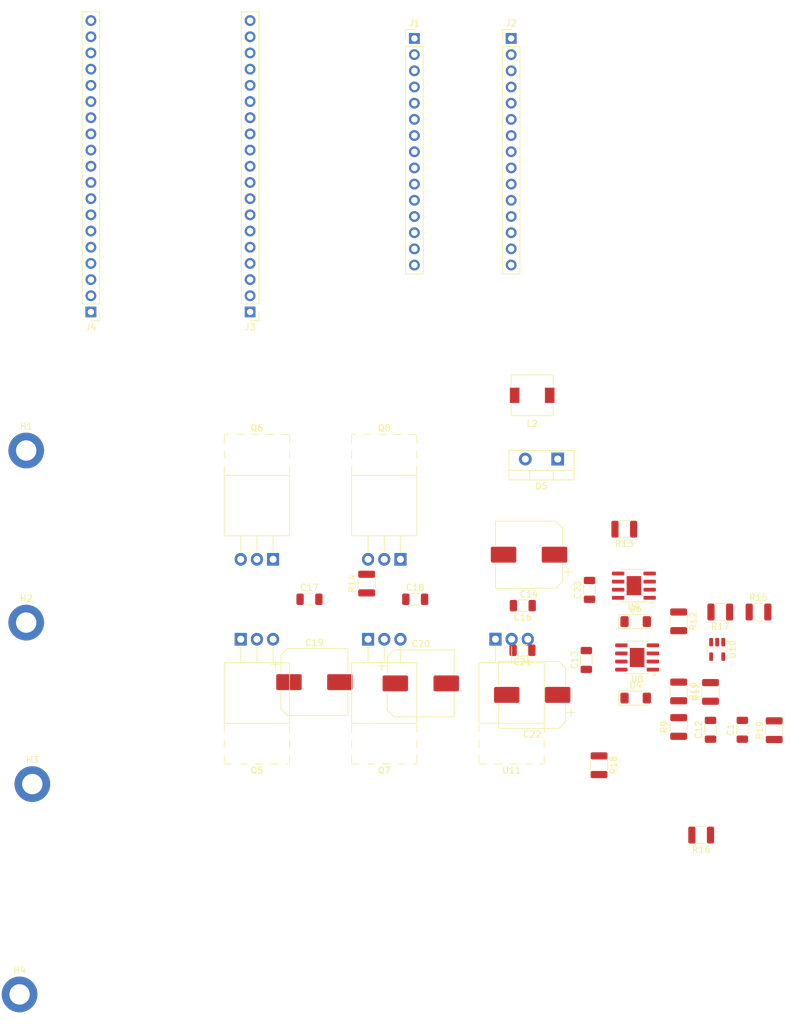
<source format=kicad_pcb>
(kicad_pcb (version 20241229) (generator "pcbnew") (generator_version "9.0")
  (layers (0 "F.Cu" signal) (2 "B.Cu" signal) (13 "F.Paste" user) (15 "B.Paste" user) (5 "F.SilkS" user "F.Silkscreen") (7 "B.SilkS" user "B.Silkscreen") (1 "F.Mask" user) (3 "B.Mask" user) (25 "Edge.Cuts" user))
  (net 0 "")
  (net 1 "Net-(Q6-S)")
  (net 2 "GND")
  (net 3 "/TX")
  (net 4 "Net-(D4-K)")
  (net 5 "Net-(Q7-S)")
  (net 6 "Net-(D5-K)")
  (net 7 "Net-(D6-A)")
  (net 8 "Net-(Q5-S)")
  (net 9 "Net-(Q5-D)")
  (net 10 "Net-(U10-V+)")
  (net 11 "Net-(D4-A)")
  (net 12 "Net-(D5-A)")
  (net 13 "Net-(Q5-G)")
  (net 14 "Net-(Q6-G)")
  (net 15 "Net-(R11-Pad1)")
  (net 16 "Net-(U10--)")
  (net 17 "Net-(U9-HO)")
  (net 18 "Net-(U9-LO)")
  (net 19 "Net-(U10-+)")
  (net 20 "Net-(U8-LO)")
  (net 21 "Net-(U8-HO)")
  (net 22 "/RX")
  (net 23 "Net-(J1-Pin_4)")
  (net 29 "Net-(D6-K)")
  (net 32 "/SCK")
  (net 34 "/MISO")
  (net 35 "/MOSI")
  (net 38 "Net-(J2-Pin_6)")
  (net 43 "Net-(J2-Pin_12)")
  (net 47 "Net-(J2-Pin_9)")
  (net 50 "Net-(J2-Pin_13)")
  (net 51 "/CC")
  (footprint "Resistor_SMD:R_1210_3225Metric" (layer "F.Cu") (at 129 141.0375 -90)
    (property "Reference" "R18" (at 0 -2.28 90) (layer "F.SilkS"))
    (property "Value" "R")
    (fp_line (start -0.723737 1.355) (end 0.723737 1.355) (stroke (width 0.12)) (layer "F.SilkS"))
    (fp_line (start -0.723737 -1.355) (end 0.723737 -1.355) (stroke (width 0.12)) (layer "F.SilkS"))
    (pad "1" smd roundrect (at -1.4625 0 270) (size 1.125 2.65) (layers "F.Cu" "F.Mask" "F.Paste") (roundrect_rratio 0.222222) (net 21 "Net-(U8-HO)"))
    (pad "2" smd roundrect (at 1.4625 0 270) (size 1.125 2.65) (layers "F.Cu" "F.Mask" "F.Paste") (roundrect_rratio 0.222222) (net 9 "Net-(Q5-D)"))
  )
  (footprint "Package_TO_SOT_THT:TO-220-2_Vertical" (layer "F.Cu") (at 122.5 93 180)
    (property "Reference" "D5" (at 2.54 -4.27 0) (layer "F.SilkS"))
    (property "Value" "C4D02120A")
    (fp_line (start 7.66 -3.27) (end 7.66 1.371) (stroke (width 0.12)) (layer "F.SilkS"))
    (fp_line (start 4.391 -3.27) (end 4.391 -1.76) (stroke (width 0.12)) (layer "F.SilkS"))
    (fp_line (start 0.69 -3.27) (end 0.69 -1.76) (stroke (width 0.12)) (layer "F.SilkS"))
    (fp_line (start -2.58 1.371) (end 7.66 1.371) (stroke (width 0.12)) (layer "F.SilkS"))
    (fp_line (start -2.58 -1.76) (end 7.66 -1.76) (stroke (width 0.12)) (layer "F.SilkS"))
    (fp_line (start -2.58 -3.27) (end 7.66 -3.27) (stroke (width 0.12)) (layer "F.SilkS"))
    (fp_line (start -2.58 -3.27) (end -2.58 1.371) (stroke (width 0.12)) (layer "F.SilkS"))
    (pad "1" thru_hole rect (at 0 0 180) (size 2 2) (drill 1.1) (layers "*.Cu" "*.Mask") (net 6 "Net-(D5-K)"))
    (pad "2" thru_hole circle (at 5.08 0 180) (size 2 2) (drill 1.1) (layers "*.Cu" "*.Mask") (net 12 "Net-(D5-A)"))
  )
  (footprint "Package_TO_SOT_SMD:SOT-23-5" (layer "F.Cu") (at 147.55 122.8625 -90)
    (property "Reference" "U10" (at 0 -2.4 90) (layer "F.SilkS"))
    (property "Value" "TLV379IDR")
    (fp_line (start 0 1.56) (end -0.8 1.56) (stroke (width 0.12)) (layer "F.SilkS"))
    (fp_line (start 0 1.56) (end 0.8 1.56) (stroke (width 0.12)) (layer "F.SilkS"))
    (fp_line (start 0 -1.56) (end -0.8 -1.56) (stroke (width 0.12)) (layer "F.SilkS"))
    (fp_line (start 0 -1.56) (end 0.8 -1.56) (stroke (width 0.12)) (layer "F.SilkS"))
    (fp_poly (pts (xy -1.3 -1.51) (xy -1.54 -1.84) (xy -1.06 -1.84)) (stroke (width 0.12)) (fill yes) (layer "F.SilkS"))
    (pad "1" smd roundrect (at -1.1375 -0.95 270) (size 1.325 0.6) (layers "F.Cu" "F.Mask" "F.Paste") (net 15 "Net-(R11-Pad1)"))
    (pad "2" smd roundrect (at -1.1375 0 270) (size 1.325 0.6) (layers "F.Cu" "F.Mask" "F.Paste") (net 2 "GND"))
    (pad "3" smd roundrect (at -1.1375 0.95 270) (size 1.325 0.6) (layers "F.Cu" "F.Mask" "F.Paste") (net 19 "Net-(U10-+)"))
    (pad "4" smd roundrect (at 1.1375 0.95 270) (size 1.325 0.6) (layers "F.Cu" "F.Mask" "F.Paste") (net 16 "Net-(U10--)"))
    (pad "5" smd roundrect (at 1.1375 -0.95 270) (size 1.325 0.6) (layers "F.Cu" "F.Mask" "F.Paste") (net 10 "Net-(U10-V+)"))
  )
  (footprint "Resistor_SMD:R_1210_3225Metric" (layer "F.Cu") (at 154.0375 117)
    (property "Reference" "R15" (at 0 -2.28 0) (layer "F.SilkS"))
    (property "Value" "R")
    (fp_line (start -0.723737 -1.355) (end 0.723737 -1.355) (stroke (width 0.12)) (layer "F.SilkS"))
    (fp_line (start -0.723737 1.355) (end 0.723737 1.355) (stroke (width 0.12)) (layer "F.SilkS"))
    (pad "1" smd roundrect (at -1.4625 0) (size 1.125 2.65) (layers "F.Cu" "F.Mask" "F.Paste") (roundrect_rratio 0.222222) (net 19 "Net-(U10-+)"))
    (pad "2" smd roundrect (at 1.4625 0) (size 1.125 2.65) (layers "F.Cu" "F.Mask" "F.Paste") (roundrect_rratio 0.222222) (net 1 "Net-(Q6-S)"))
  )
  (footprint "Resistor_SMD:R_1210_3225Metric" (layer "F.Cu") (at 145.0375 152 180)
    (property "Reference" "R16" (at 0 -2.28 0) (layer "F.SilkS"))
    (property "Value" "R")
    (fp_line (start -0.723737 1.355) (end 0.723737 1.355) (stroke (width 0.12)) (layer "F.SilkS"))
    (fp_line (start -0.723737 -1.355) (end 0.723737 -1.355) (stroke (width 0.12)) (layer "F.SilkS"))
    (pad "1" smd roundrect (at -1.4625 0 180) (size 1.125 2.65) (layers "F.Cu" "F.Mask" "F.Paste") (roundrect_rratio 0.222222) (net 20 "Net-(U8-LO)"))
    (pad "2" smd roundrect (at 1.4625 0 180) (size 1.125 2.65) (layers "F.Cu" "F.Mask" "F.Paste") (roundrect_rratio 0.222222) (net 9 "Net-(Q5-D)"))
  )
  (footprint "Package_TO_SOT_THT:TO-220-3_Horizontal_TabUp" (layer "F.Cu") (at 72.73 121.27)
    (property "Reference" "Q5" (at 2.54 20.58 0) (layer "F.SilkS"))
    (property "Value" "NMOS")
    (fp_line (start -2.58 3.69) (end -2.58 13.18) (stroke (width 0.12)) (layer "F.SilkS"))
    (fp_line (start -2.58 3.69) (end 7.66 3.69) (stroke (width 0.12)) (layer "F.SilkS"))
    (fp_line (start -2.58 13.18) (end 7.66 13.18) (stroke (width 0.12)) (layer "F.SilkS"))
    (fp_line (start -2.58 13.42) (end -2.58 14.62) (stroke (width 0.12)) (layer "F.SilkS"))
    (fp_line (start -2.58 15.82) (end -2.58 17.02) (stroke (width 0.12)) (layer "F.SilkS"))
    (fp_line (start -2.58 18.22) (end -2.58 19.42) (stroke (width 0.12)) (layer "F.SilkS"))
    (fp_line (start -2.58 19.58) (end -1.38 19.58) (stroke (width 0.12)) (layer "F.SilkS"))
    (fp_line (start -0.181 19.58) (end 1.02 19.58) (stroke (width 0.12)) (layer "F.SilkS"))
    (fp_line (start 0 1.15) (end 0 3.69) (stroke (width 0.12)) (layer "F.SilkS"))
    (fp_line (start 2.22 19.58) (end 3.42 19.58) (stroke (width 0.12)) (layer "F.SilkS"))
    (fp_line (start 2.54 1.15) (end 2.54 3.69) (stroke (width 0.12)) (layer "F.SilkS"))
    (fp_line (start 4.62 19.58) (end 5.82 19.58) (stroke (width 0.12)) (layer "F.SilkS"))
    (fp_line (start 5.08 1.15) (end 5.08 3.69) (stroke (width 0.12)) (layer "F.SilkS"))
    (fp_line (start 7.02 19.58) (end 7.66 19.58) (stroke (width 0.12)) (layer "F.SilkS"))
    (fp_line (start 7.66 3.69) (end 7.66 13.18) (stroke (width 0.12)) (layer "F.SilkS"))
    (fp_line (start 7.66 13.42) (end 7.66 14.62) (stroke (width 0.12)) (layer "F.SilkS"))
    (fp_line (start 7.66 15.82) (end 7.66 17.02) (stroke (width 0.12)) (layer "F.SilkS"))
    (fp_line (start 7.66 18.22) (end 7.66 19.42) (stroke (width 0.12)) (layer "F.SilkS"))
    (pad "" np_thru_hole circle (at 2.54 16.66) (size 3.5 3.5) (drill 3.5) (layers "*.Cu" "*.Mask"))
    (pad "1" thru_hole rect (at 0 0) (size 1.905 2) (drill 1.1) (layers "*.Cu" "*.Mask") (net 9 "Net-(Q5-D)"))
    (pad "2" thru_hole oval (at 2.54 0) (size 1.905 2) (drill 1.1) (layers "*.Cu" "*.Mask") (net 13 "Net-(Q5-G)"))
    (pad "3" thru_hole oval (at 5.08 0) (size 1.905 2) (drill 1.1) (layers "*.Cu" "*.Mask") (net 8 "Net-(Q5-S)"))
  )
  (footprint "MountingHole:MountingHole_3.2mm_M3_DIN965_Pad" (layer "F.Cu") (at 40 144)
    (property "Reference" "H3" (at 0 -3.8 0) (layer "F.SilkS"))
    (property "Value" "+48V Vcc")
    (pad "1" thru_hole circle (at 0 0) (size 5.6 5.6) (drill 3.2) (layers "*.Cu" "*.Mask") (net 9 "Net-(Q5-D)"))
  )
  (footprint "Package_TO_SOT_THT:TO-220-3_Horizontal_TabUp" (layer "F.Cu") (at 77.81 108.73 180)
    (property "Reference" "Q6" (at 2.54 20.58 0) (layer "F.SilkS"))
    (property "Value" "NMOS")
    (fp_line (start 7.66 18.22) (end 7.66 19.42) (stroke (width 0.12)) (layer "F.SilkS"))
    (fp_line (start 7.66 15.82) (end 7.66 17.02) (stroke (width 0.12)) (layer "F.SilkS"))
    (fp_line (start 7.66 13.42) (end 7.66 14.62) (stroke (width 0.12)) (layer "F.SilkS"))
    (fp_line (start 7.66 3.69) (end 7.66 13.18) (stroke (width 0.12)) (layer "F.SilkS"))
    (fp_line (start 7.02 19.58) (end 7.66 19.58) (stroke (width 0.12)) (layer "F.SilkS"))
    (fp_line (start 5.08 1.15) (end 5.08 3.69) (stroke (width 0.12)) (layer "F.SilkS"))
    (fp_line (start 4.62 19.58) (end 5.82 19.58) (stroke (width 0.12)) (layer "F.SilkS"))
    (fp_line (start 2.54 1.15) (end 2.54 3.69) (stroke (width 0.12)) (layer "F.SilkS"))
    (fp_line (start 2.22 19.58) (end 3.42 19.58) (stroke (width 0.12)) (layer "F.SilkS"))
    (fp_line (start 0 1.15) (end 0 3.69) (stroke (width 0.12)) (layer "F.SilkS"))
    (fp_line (start -0.181 19.58) (end 1.02 19.58) (stroke (width 0.12)) (layer "F.SilkS"))
    (fp_line (start -2.58 19.58) (end -1.38 19.58) (stroke (width 0.12)) (layer "F.SilkS"))
    (fp_line (start -2.58 18.22) (end -2.58 19.42) (stroke (width 0.12)) (layer "F.SilkS"))
    (fp_line (start -2.58 15.82) (end -2.58 17.02) (stroke (width 0.12)) (layer "F.SilkS"))
    (fp_line (start -2.58 13.42) (end -2.58 14.62) (stroke (width 0.12)) (layer "F.SilkS"))
    (fp_line (start -2.58 13.18) (end 7.66 13.18) (stroke (width 0.12)) (layer "F.SilkS"))
    (fp_line (start -2.58 3.69) (end 7.66 3.69) (stroke (width 0.12)) (layer "F.SilkS"))
    (fp_line (start -2.58 3.69) (end -2.58 13.18) (stroke (width 0.12)) (layer "F.SilkS"))
    (pad "" np_thru_hole circle (at 2.54 16.66 180) (size 3.5 3.5) (drill 3.5) (layers "*.Cu" "*.Mask"))
    (pad "1" thru_hole rect (at 0 0 180) (size 1.905 2) (drill 1.1) (layers "*.Cu" "*.Mask") (net 8 "Net-(Q5-S)"))
    (pad "2" thru_hole oval (at 2.54 0 180) (size 1.905 2) (drill 1.1) (layers "*.Cu" "*.Mask") (net 14 "Net-(Q6-G)"))
    (pad "3" thru_hole oval (at 5.08 0 180) (size 1.905 2) (drill 1.1) (layers "*.Cu" "*.Mask") (net 1 "Net-(Q6-S)"))
  )
  (footprint "Capacitor_SMD:C_1206_3216Metric" (layer "F.Cu") (at 100.125 115)
    (property "Reference" "C18" (at 0 -1.85 0) (layer "F.SilkS"))
    (property "Value" "C")
    (fp_line (start -0.711252 -0.91) (end 0.711252 -0.91) (stroke (width 0.12)) (layer "F.SilkS"))
    (fp_line (start -0.711252 0.91) (end 0.711252 0.91) (stroke (width 0.12)) (layer "F.SilkS"))
    (pad "1" smd roundrect (at -1.475 0) (size 1.15 1.8) (layers "F.Cu" "F.Mask" "F.Paste") (roundrect_rratio 0.217391) (net 9 "Net-(Q5-D)"))
    (pad "2" smd roundrect (at 1.475 0) (size 1.15 1.8) (layers "F.Cu" "F.Mask" "F.Paste") (roundrect_rratio 0.217391) (net 2 "GND"))
  )
  (footprint "Capacitor_SMD:C_1206_3216Metric" (layer "F.Cu") (at 127 124.525 90)
    (property "Reference" "C13" (at 0 -1.85 90) (layer "F.SilkS"))
    (property "Value" "1uF")
    (fp_line (start -0.711252 -0.91) (end 0.711252 -0.91) (stroke (width 0.12)) (layer "F.SilkS"))
    (fp_line (start -0.711252 0.91) (end 0.711252 0.91) (stroke (width 0.12)) (layer "F.SilkS"))
    (pad "1" smd roundrect (at -1.475 0 90) (size 1.15 1.8) (layers "F.Cu" "F.Mask" "F.Paste") (roundrect_rratio 0.217391) (net 4 "Net-(D4-K)"))
    (pad "2" smd roundrect (at 1.475 0 90) (size 1.15 1.8) (layers "F.Cu" "F.Mask" "F.Paste") (roundrect_rratio 0.217391) (net 5 "Net-(Q7-S)"))
  )
  (footprint "Capacitor_SMD:C_1206_3216Metric" (layer "F.Cu") (at 83.525 115)
    (property "Reference" "C17" (at 0 -1.85 0) (layer "F.SilkS"))
    (property "Value" "C")
    (fp_line (start -0.711252 -0.91) (end 0.711252 -0.91) (stroke (width 0.12)) (layer "F.SilkS"))
    (fp_line (start -0.711252 0.91) (end 0.711252 0.91) (stroke (width 0.12)) (layer "F.SilkS"))
    (pad "1" smd roundrect (at -1.475 0) (size 1.15 1.8) (layers "F.Cu" "F.Mask" "F.Paste") (roundrect_rratio 0.217391) (net 9 "Net-(Q5-D)"))
    (pad "2" smd roundrect (at 1.475 0) (size 1.15 1.8) (layers "F.Cu" "F.Mask" "F.Paste") (roundrect_rratio 0.217391) (net 2 "GND"))
  )
  (footprint "Package_SO:SOIC-8-1EP_3.9x4.9mm_P1.27mm_EP2.29x3mm" (layer "F.Cu") (at 134.475 112.865 180)
    (property "Reference" "U9" (at 0 -3.4 0) (layer "F.SilkS"))
    (property "Value" "IR2102")
    (fp_line (start 0 2.56) (end 1.95 2.56) (stroke (width 0.12)) (layer "F.SilkS"))
    (fp_line (start 0 2.56) (end -1.95 2.56) (stroke (width 0.12)) (layer "F.SilkS"))
    (fp_line (start 0 -2.56) (end 1.95 -2.56) (stroke (width 0.12)) (layer "F.SilkS"))
    (fp_line (start 0 -2.56) (end -1.95 -2.56) (stroke (width 0.12)) (layer "F.SilkS"))
    (fp_poly (pts (xy -2.7 -2.465) (xy -2.94 -2.795) (xy -2.46 -2.795)) (stroke (width 0.12)) (fill yes) (layer "F.SilkS"))
    (pad "1" smd roundrect (at -2.475 -1.905 180) (size 1.95 0.6) (layers "F.Cu" "F.Mask" "F.Paste") (net 10 "Net-(U10-V+)"))
    (pad "2" smd roundrect (at -2.475 -0.635 180) (size 1.95 0.6) (layers "F.Cu" "F.Mask" "F.Paste") (net 50 "Net-(J2-Pin_13)"))
    (pad "3" smd roundrect (at -2.475 0.635 180) (size 1.95 0.6) (layers "F.Cu" "F.Mask" "F.Paste") (net 47 "Net-(J2-Pin_9)"))
    (pad "4" smd roundrect (at -2.475 1.905 180) (size 1.95 0.6) (layers "F.Cu" "F.Mask" "F.Paste") (net 2 "GND"))
    (pad "5" smd roundrect (at 2.475 1.905 180) (size 1.95 0.6) (layers "F.Cu" "F.Mask" "F.Paste") (net 18 "Net-(U9-LO)"))
    (pad "6" smd roundrect (at 2.475 0.635 180) (size 1.95 0.6) (layers "F.Cu" "F.Mask" "F.Paste") (net 8 "Net-(Q5-S)"))
    (pad "7" smd roundrect (at 2.475 -0.635 180) (size 1.95 0.6) (layers "F.Cu" "F.Mask" "F.Paste") (net 17 "Net-(U9-HO)"))
    (pad "8" smd roundrect (at 2.475 -1.905 180) (size 1.95 0.6) (layers "F.Cu" "F.Mask" "F.Paste") (net 29 "Net-(D6-K)"))
    (pad "9" smd rect (at 0 0 180) (size 2.29 3) (property pad_prop_heatsink) (layers "F.Cu" "F.Mask"))
  )
  (footprint "Capacitor_SMD:C_1206_3216Metric" (layer "F.Cu") (at 146.5 135.475 90)
    (property "Reference" "C12" (at 0 -1.85 90) (layer "F.SilkS"))
    (property "Value" "1nF")
    (fp_line (start -0.711252 -0.91) (end 0.711252 -0.91) (stroke (width 0.12)) (layer "F.SilkS"))
    (fp_line (start -0.711252 0.91) (end 0.711252 0.91) (stroke (width 0.12)) (layer "F.SilkS"))
    (pad "1" smd roundrect (at -1.475 0 90) (size 1.15 1.8) (layers "F.Cu" "F.Mask" "F.Paste") (roundrect_rratio 0.217391) (net 23 "Net-(J1-Pin_4)"))
    (pad "2" smd roundrect (at 1.475 0 90) (size 1.15 1.8) (layers "F.Cu" "F.Mask" "F.Paste") (roundrect_rratio 0.217391) (net 2 "GND"))
  )
  (footprint "Package_TO_SOT_THT:TO-220-3_Horizontal_TabUp" (layer "F.Cu") (at 97.81 108.73 180)
    (property "Reference" "Q8" (at 2.54 20.58 0) (layer "F.SilkS"))
    (property "Value" "NMOS")
    (fp_line (start 7.66 18.22) (end 7.66 19.42) (stroke (width 0.12)) (layer "F.SilkS"))
    (fp_line (start 7.66 15.82) (end 7.66 17.02) (stroke (width 0.12)) (layer "F.SilkS"))
    (fp_line (start 7.66 13.42) (end 7.66 14.62) (stroke (width 0.12)) (layer "F.SilkS"))
    (fp_line (start 7.66 3.69) (end 7.66 13.18) (stroke (width 0.12)) (layer "F.SilkS"))
    (fp_line (start 7.02 19.58) (end 7.66 19.58) (stroke (width 0.12)) (layer "F.SilkS"))
    (fp_line (start 5.08 1.15) (end 5.08 3.69) (stroke (width 0.12)) (layer "F.SilkS"))
    (fp_line (start 4.62 19.58) (end 5.82 19.58) (stroke (width 0.12)) (layer "F.SilkS"))
    (fp_line (start 2.54 1.15) (end 2.54 3.69) (stroke (width 0.12)) (layer "F.SilkS"))
    (fp_line (start 2.22 19.58) (end 3.42 19.58) (stroke (width 0.12)) (layer "F.SilkS"))
    (fp_line (start 0 1.15) (end 0 3.69) (stroke (width 0.12)) (layer "F.SilkS"))
    (fp_line (start -0.181 19.58) (end 1.02 19.58) (stroke (width 0.12)) (layer "F.SilkS"))
    (fp_line (start -2.58 19.58) (end -1.38 19.58) (stroke (width 0.12)) (layer "F.SilkS"))
    (fp_line (start -2.58 18.22) (end -2.58 19.42) (stroke (width 0.12)) (layer "F.SilkS"))
    (fp_line (start -2.58 15.82) (end -2.58 17.02) (stroke (width 0.12)) (layer "F.SilkS"))
    (fp_line (start -2.58 13.42) (end -2.58 14.62) (stroke (width 0.12)) (layer "F.SilkS"))
    (fp_line (start -2.58 13.18) (end 7.66 13.18) (stroke (width 0.12)) (layer "F.SilkS"))
    (fp_line (start -2.58 3.69) (end 7.66 3.69) (stroke (width 0.12)) (layer "F.SilkS"))
    (fp_line (start -2.58 3.69) (end -2.58 13.18) (stroke (width 0.12)) (layer "F.SilkS"))
    (pad "" np_thru_hole circle (at 2.54 16.66 180) (size 3.5 3.5) (drill 3.5) (layers "*.Cu" "*.Mask"))
    (pad "1" thru_hole rect (at 0 0 180) (size 1.905 2) (drill 1.1) (layers "*.Cu" "*.Mask") (net 5 "Net-(Q7-S)"))
    (pad "2" thru_hole oval (at 2.54 0 180) (size 1.905 2) (drill 1.1) (layers "*.Cu" "*.Mask") (net 9 "Net-(Q5-D)"))
    (pad "3" thru_hole oval (at 5.08 0 180) (size 1.905 2) (drill 1.1) (layers "*.Cu" "*.Mask") (net 1 "Net-(Q6-S)"))
  )
  (footprint "Resistor_SMD:R_1210_3225Metric" (layer "F.Cu") (at 156.5 135.5375 90)
    (property "Reference" "R19" (at 0 -2.28 90) (layer "F.SilkS"))
    (property "Value" "R")
    (fp_line (start -0.723737 -1.355) (end 0.723737 -1.355) (stroke (width 0.12)) (layer "F.SilkS"))
    (fp_line (start -0.723737 1.355) (end 0.723737 1.355) (stroke (width 0.12)) (layer "F.SilkS"))
    (pad "1" smd roundrect (at -1.4625 0 90) (size 1.125 2.65) (layers "F.Cu" "F.Mask" "F.Paste") (roundrect_rratio 0.222222) (net 1 "Net-(Q6-S)"))
    (pad "2" smd roundrect (at 1.4625 0 90) (size 1.125 2.65) (layers "F.Cu" "F.Mask" "F.Paste") (roundrect_rratio 0.222222) (net 2 "GND"))
  )
  (footprint "Resistor_SMD:R_1210_3225Metric" (layer "F.Cu") (at 92.5 112.5375 90)
    (property "Reference" "R14" (at 0 -2.28 90) (layer "F.SilkS"))
    (property "Value" "R")
    (fp_line (start -0.723737 -1.355) (end 0.723737 -1.355) (stroke (width 0.12)) (layer "F.SilkS"))
    (fp_line (start -0.723737 1.355) (end 0.723737 1.355) (stroke (width 0.12)) (layer "F.SilkS"))
    (pad "1" smd roundrect (at -1.4625 0 90) (size 1.125 2.65) (layers "F.Cu" "F.Mask" "F.Paste") (roundrect_rratio 0.222222) (net 18 "Net-(U9-LO)"))
    (pad "2" smd roundrect (at 1.4625 0 90) (size 1.125 2.65) (layers "F.Cu" "F.Mask" "F.Paste") (roundrect_rratio 0.222222) (net 14 "Net-(Q6-G)"))
  )
  (footprint "Connector_PinHeader_2.54mm:PinHeader_1x15_P2.54mm_Vertical" (layer "F.Cu") (at 115.2 27)
    (property "Reference" "J2" (at 0 -2.38 0) (layer "F.SilkS"))
    (property "Value" "Conn_01x15")
    (fp_line (start -1.38 -1.38) (end 0 -1.38) (stroke (width 0.12)) (layer "F.SilkS"))
    (fp_line (start -1.38 0) (end -1.38 -1.38) (stroke (width 0.12)) (layer "F.SilkS"))
    (fp_line (start -1.38 1.27) (end -1.38 36.94) (stroke (width 0.12)) (layer "F.SilkS"))
    (fp_line (start -1.38 1.27) (end 1.38 1.27) (stroke (width 0.12)) (layer "F.SilkS"))
    (fp_line (start -1.38 36.94) (end 1.38 36.94) (stroke (width 0.12)) (layer "F.SilkS"))
    (fp_line (start 1.38 1.27) (end 1.38 36.94) (stroke (width 0.12)) (layer "F.SilkS"))
    (pad "1" thru_hole rect (at 0 0) (size 1.7 1.7) (drill 1) (layers "*.Cu" "*.Mask") (net 3 "/TX"))
    (pad "2" thru_hole circle (at 0 2.54) (size 1.7 1.7) (drill 1) (layers "*.Cu" "*.Mask") (net 22 "/RX"))
    (pad "3" thru_hole circle (at 0 5.08) (size 1.7 1.7) (drill 1) (layers "*.Cu" "*.Mask"))
    (pad "4" thru_hole circle (at 0 7.62) (size 1.7 1.7) (drill 1) (layers "*.Cu" "*.Mask"))
    (pad "5" thru_hole circle (at 0 10.16) (size 1.7 1.7) (drill 1) (layers "*.Cu" "*.Mask"))
    (pad "6" thru_hole circle (at 0 12.7) (size 1.7 1.7) (drill 1) (layers "*.Cu" "*.Mask") (net 38 "Net-(J2-Pin_6)"))
    (pad "7" thru_hole circle (at 0 15.24) (size 1.7 1.7) (drill 1) (layers "*.Cu" "*.Mask"))
    (pad "8" thru_hole circle (at 0 17.78) (size 1.7 1.7) (drill 1) (layers "*.Cu" "*.Mask"))
    (pad "9" thru_hole circle (at 0 20.32) (size 1.7 1.7) (drill 1) (layers "*.Cu" "*.Mask") (net 47 "Net-(J2-Pin_9)"))
    (pad "10" thru_hole circle (at 0 22.86) (size 1.7 1.7) (drill 1) (layers "*.Cu" "*.Mask"))
    (pad "11" thru_hole circle (at 0 25.4) (size 1.7 1.7) (drill 1) (layers "*.Cu" "*.Mask"))
    (pad "12" thru_hole circle (at 0 27.94) (size 1.7 1.7) (drill 1) (layers "*.Cu" "*.Mask") (net 43 "Net-(J2-Pin_12)"))
    (pad "13" thru_hole circle (at 0 30.48) (size 1.7 1.7) (drill 1) (layers "*.Cu" "*.Mask") (net 50 "Net-(J2-Pin_13)"))
    (pad "14" thru_hole circle (at 0 33.02) (size 1.7 1.7) (drill 1) (layers "*.Cu" "*.Mask"))
    (pad "15" thru_hole circle (at 0 35.56) (size 1.7 1.7) (drill 1) (layers "*.Cu" "*.Mask"))
  )
  (footprint "Resistor_SMD:R_1210_3225Metric" (layer "F.Cu") (at 141.5 129.4625 -90)
    (property "Reference" "R10" (at 0 -2.28 90) (layer "F.SilkS"))
    (property "Value" "R")
    (fp_line (start -0.723737 1.355) (end 0.723737 1.355) (stroke (width 0.12)) (layer "F.SilkS"))
    (fp_line (start -0.723737 -1.355) (end 0.723737 -1.355) (stroke (width 0.12)) (layer "F.SilkS"))
    (pad "1" smd roundrect (at -1.4625 0 270) (size 1.125 2.65) (layers "F.Cu" "F.Mask" "F.Paste") (roundrect_rratio 0.222222) (net 10 "Net-(U10-V+)"))
    (pad "2" smd roundrect (at 1.4625 0 270) (size 1.125 2.65) (layers "F.Cu" "F.Mask" "F.Paste") (roundrect_rratio 0.222222) (net 11 "Net-(D4-A)"))
  )
  (footprint "Resistor_SMD:R_1210_3225Metric" (layer "F.Cu") (at 148.0375 117 180)
    (property "Reference" "R17" (at 0 -2.28 0) (layer "F.SilkS"))
    (property "Value" "R")
    (fp_line (start -0.723737 1.355) (end 0.723737 1.355) (stroke (width 0.12)) (layer "F.SilkS"))
    (fp_line (start -0.723737 -1.355) (end 0.723737 -1.355) (stroke (width 0.12)) (layer "F.SilkS"))
    (pad "1" smd roundrect (at -1.4625 0 180) (size 1.125 2.65) (layers "F.Cu" "F.Mask" "F.Paste") (roundrect_rratio 0.222222) (net 2 "GND"))
    (pad "2" smd roundrect (at 1.4625 0 180) (size 1.125 2.65) (layers "F.Cu" "F.Mask" "F.Paste") (roundrect_rratio 0.222222) (net 16 "Net-(U10--)"))
  )
  (footprint "Package_TO_SOT_THT:TO-220-3_Horizontal_TabUp" (layer "F.Cu") (at 112.73 121.26)
    (property "Reference" "U11" (at 2.54 20.58 0) (layer "F.SilkS"))
    (property "Value" "LM780_TO220_MA BYC_3V_BO_POJDZIE_Z_DYMEM")
    (fp_line (start -2.58 3.69) (end -2.58 13.18) (stroke (width 0.12)) (layer "F.SilkS"))
    (fp_line (start -2.58 3.69) (end 7.66 3.69) (stroke (width 0.12)) (layer "F.SilkS"))
    (fp_line (start -2.58 13.18) (end 7.66 13.18) (stroke (width 0.12)) (layer "F.SilkS"))
    (fp_line (start -2.58 13.42) (end -2.58 14.62) (stroke (width 0.12)) (layer "F.SilkS"))
    (fp_line (start -2.58 15.82) (end -2.58 17.02) (stroke (width 0.12)) (layer "F.SilkS"))
    (fp_line (start -2.58 18.22) (end -2.58 19.42) (stroke (width 0.12)) (layer "F.SilkS"))
    (fp_line (start -2.58 19.58) (end -1.38 19.58) (stroke (width 0.12)) (layer "F.SilkS"))
    (fp_line (start -0.181 19.58) (end 1.02 19.58) (stroke (width 0.12)) (layer "F.SilkS"))
    (fp_line (start 0 1.15) (end 0 3.69) (stroke (width 0.12)) (layer "F.SilkS"))
    (fp_line (start 2.22 19.58) (end 3.42 19.58) (stroke (width 0.12)) (layer "F.SilkS"))
    (fp_line (start 2.54 1.15) (end 2.54 3.69) (stroke (width 0.12)) (layer "F.SilkS"))
    (fp_line (start 4.62 19.58) (end 5.82 19.58) (stroke (width 0.12)) (layer "F.SilkS"))
    (fp_line (start 5.08 1.15) (end 5.08 3.69) (stroke (width 0.12)) (layer "F.SilkS"))
    (fp_line (start 7.02 19.58) (end 7.66 19.58) (stroke (width 0.12)) (layer "F.SilkS"))
    (fp_line (start 7.66 3.69) (end 7.66 13.18) (stroke (width 0.12)) (layer "F.SilkS"))
    (fp_line (start 7.66 13.42) (end 7.66 14.62) (stroke (width 0.12)) (layer "F.SilkS"))
    (fp_line (start 7.66 15.82) (end 7.66 17.02) (stroke (width 0.12)) (layer "F.SilkS"))
    (fp_line (start 7.66 18.22) (end 7.66 19.42) (stroke (width 0.12)) (layer "F.SilkS"))
    (pad "" np_thru_hole circle (at 2.54 16.66) (size 3.5 3.5) (drill 3.5) (layers "*.Cu" "*.Mask"))
    (pad "1" thru_hole rect (at 0 0) (size 1.905 2) (drill 1.1) (layers "*.Cu" "*.Mask") (net 2 "GND"))
    (pad "2" thru_hole oval (at 2.54 0) (size 1.905 2) (drill 1.1) (layers "*.Cu" "*.Mask") (net 10 "Net-(U10-V+)"))
    (pad "3" thru_hole oval (at 5.08 0) (size 1.905 2) (drill 1.1) (layers "*.Cu" "*.Mask") (net 6 "Net-(D5-K)"))
  )
  (footprint "Connector_PinHeader_2.54mm:PinHeader_1x19_P2.54mm_Vertical" (layer "F.Cu") (at 49.2 69.92 180)
    (property "Reference" "J4" (at 0 -2.38 0) (layer "F.SilkS"))
    (property "Value" "Conn_01x19")
    (fp_line (start 1.38 1.27) (end 1.38 47.1) (stroke (width 0.12)) (layer "F.SilkS"))
    (fp_line (start -1.38 47.1) (end 1.38 47.1) (stroke (width 0.12)) (layer "F.SilkS"))
    (fp_line (start -1.38 1.27) (end 1.38 1.27) (stroke (width 0.12)) (layer "F.SilkS"))
    (fp_line (start -1.38 1.27) (end -1.38 47.1) (stroke (width 0.12)) (layer "F.SilkS"))
    (fp_line (start -1.38 0) (end -1.38 -1.38) (stroke (width 0.12)) (layer "F.SilkS"))
    (fp_line (start -1.38 -1.38) (end 0 -1.38) (stroke (width 0.12)) (layer "F.SilkS"))
    (pad "1" thru_hole rect (at 0 0 180) (size 1.7 1.7) (drill 1) (layers "*.Cu" "*.Mask"))
    (pad "2" thru_hole circle (at 0 2.54 180) (size 1.7 1.7) (drill 1) (layers "*.Cu" "*.Mask"))
    (pad "3" thru_hole circle (at 0 5.08 180) (size 1.7 1.7) (drill 1) (layers "*.Cu" "*.Mask"))
    (pad "4" thru_hole circle (at 0 7.62 180) (size 1.7 1.7) (drill 1) (layers "*.Cu" "*.Mask"))
    (pad "5" thru_hole circle (at 0 10.16 180) (size 1.7 1.7) (drill 1) (layers "*.Cu" "*.Mask"))
    (pad "6" thru_hole circle (at 0 12.7 180) (size 1.7 1.7) (drill 1) (layers "*.Cu" "*.Mask"))
    (pad "7" thru_hole circle (at 0 15.24 180) (size 1.7 1.7) (drill 1) (layers "*.Cu" "*.Mask"))
    (pad "8" thru_hole circle (at 0 17.78 180) (size 1.7 1.7) (drill 1) (layers "*.Cu" "*.Mask") (net 3 "/TX"))
    (pad "9" thru_hole circle (at 0 20.32 180) (size 1.7 1.7) (drill 1) (layers "*.Cu" "*.Mask") (net 22 "/RX"))
    (pad "10" thru_hole circle (at 0 22.86 180) (size 1.7 1.7) (drill 1) (layers "*.Cu" "*.Mask") (net 51 "/CC"))
    (pad "11" thru_hole circle (at 0 25.4 180) (size 1.7 1.7) (drill 1) (layers "*.Cu" "*.Mask") (net 32 "/SCK"))
    (pad "12" thru_hole circle (at 0 27.94 180) (size 1.7 1.7) (drill 1) (layers "*.Cu" "*.Mask") (net 34 "/MISO"))
    (pad "13" thru_hole circle (at 0 30.48 180) (size 1.7 1.7) (drill 1) (layers "*.Cu" "*.Mask"))
    (pad "14" thru_hole circle (at 0 33.02 180) (size 1.7 1.7) (drill 1) (layers "*.Cu" "*.Mask"))
    (pad "15" thru_hole circle (at 0 35.56 180) (size 1.7 1.7) (drill 1) (layers "*.Cu" "*.Mask"))
    (pad "16" thru_hole circle (at 0 38.1 180) (size 1.7 1.7) (drill 1) (layers "*.Cu" "*.Mask"))
    (pad "17" thru_hole circle (at 0 40.64 180) (size 1.7 1.7) (drill 1) (layers "*.Cu" "*.Mask"))
    (pad "18" thru_hole circle (at 0 43.18 180) (size 1.7 1.7) (drill 1) (layers "*.Cu" "*.Mask") (net 35 "/MOSI"))
    (pad "19" thru_hole circle (at 0 45.72 180) (size 1.7 1.7) (drill 1) (layers "*.Cu" "*.Mask"))
  )
  (footprint "Connector_PinHeader_2.54mm:PinHeader_1x15_P2.54mm_Vertical" (layer "F.Cu") (at 100 27)
    (property "Reference" "J1" (at 0 -2.38 0) (layer "F.SilkS"))
    (property "Value" "Conn_01x15")
    (fp_line (start -1.38 -1.38) (end 0 -1.38) (stroke (width 0.12)) (layer "F.SilkS"))
    (fp_line (start -1.38 0) (end -1.38 -1.38) (stroke (width 0.12)) (layer "F.SilkS"))
    (fp_line (start -1.38 1.27) (end -1.38 36.94) (stroke (width 0.12)) (layer "F.SilkS"))
    (fp_line (start -1.38 1.27) (end 1.38 1.27) (stroke (width 0.12)) (layer "F.SilkS"))
    (fp_line (start -1.38 36.94) (end 1.38 36.94) (stroke (width 0.12)) (layer "F.SilkS"))
    (fp_line (start 1.38 1.27) (end 1.38 36.94) (stroke (width 0.12)) (layer "F.SilkS"))
    (pad "1" thru_hole rect (at 0 0) (size 1.7 1.7) (drill 1) (layers "*.Cu" "*.Mask"))
    (pad "2" thru_hole circle (at 0 2.54) (size 1.7 1.7) (drill 1) (layers "*.Cu" "*.Mask"))
    (pad "3" thru_hole circle (at 0 5.08) (size 1.7 1.7) (drill 1) (layers "*.Cu" "*.Mask"))
    (pad "4" thru_hole circle (at 0 7.62) (size 1.7 1.7) (drill 1) (layers "*.Cu" "*.Mask") (net 23 "Net-(J1-Pin_4)"))
    (pad "5" thru_hole circle (at 0 10.16) (size 1.7 1.7) (drill 1) (layers "*.Cu" "*.Mask") (net 32 "/SCK"))
    (pad "6" thru_hole circle (at 0 12.7) (size 1.7 1.7) (drill 1) (layers "*.Cu" "*.Mask"))
    (pad "7" thru_hole circle (at 0 15.24) (size 1.7 1.7) (drill 1) (layers "*.Cu" "*.Mask") (net 51 "/CC"))
    (pad "8" thru_hole circle (at 0 17.78) (size 1.7 1.7) (drill 1) (layers "*.Cu" "*.Mask"))
    (pad "9" thru_hole circle (at 0 20.32) (size 1.7 1.7) (drill 1) (layers "*.Cu" "*.Mask") (net 34 "/MISO"))
    (pad "10" thru_hole circle (at 0 22.86) (size 1.7 1.7) (drill 1) (layers "*.Cu" "*.Mask") (net 35 "/MOSI"))
    (pad "11" thru_hole circle (at 0 25.4) (size 1.7 1.7) (drill 1) (layers "*.Cu" "*.Mask"))
    (pad "12" thru_hole circle (at 0 27.94) (size 1.7 1.7) (drill 1) (layers "*.Cu" "*.Mask"))
    (pad "13" thru_hole circle (at 0 30.48) (size 1.7 1.7) (drill 1) (layers "*.Cu" "*.Mask"))
    (pad "14" thru_hole circle (at 0 33.02) (size 1.7 1.7) (drill 1) (layers "*.Cu" "*.Mask"))
    (pad "15" thru_hole circle (at 0 35.56) (size 1.7 1.7) (drill 1) (layers "*.Cu" "*.Mask"))
  )
  (footprint "Capacitor_SMD:C_1206_3216Metric" (layer "F.Cu") (at 127.5 113.525 90)
    (property "Reference" "C23" (at 0 -1.85 90) (layer "F.SilkS"))
    (property "Value" "1uF")
    (fp_line (start -0.711252 -0.91) (end 0.711252 -0.91) (stroke (width 0.12)) (layer "F.SilkS"))
    (fp_line (start -0.711252 0.91) (end 0.711252 0.91) (stroke (width 0.12)) (layer "F.SilkS"))
    (pad "1" smd roundrect (at -1.475 0 90) (size 1.15 1.8) (layers "F.Cu" "F.Mask" "F.Paste") (roundrect_rratio 0.217391) (net 29 "Net-(D6-K)"))
    (pad "2" smd roundrect (at 1.475 0 90) (size 1.15 1.8) (layers "F.Cu" "F.Mask" "F.Paste") (roundrect_rratio 0.217391) (net 8 "Net-(Q5-S)"))
  )
  (footprint "Capacitor_SMD:C_1206_3216Metric" (layer "F.Cu") (at 151.5 135.475 90)
    (property "Reference" "C1" (at 0 -1.85 90) (layer "F.SilkS"))
    (property "Value" "C")
    (fp_line (start -0.711252 -0.91) (end 0.711252 -0.91) (stroke (width 0.12)) (layer "F.SilkS"))
    (fp_line (start -0.711252 0.91) (end 0.711252 0.91) (stroke (width 0.12)) (layer "F.SilkS"))
    (pad "1" smd roundrect (at -1.475 0 90) (size 1.15 1.8) (layers "F.Cu" "F.Mask" "F.Paste") (roundrect_rratio 0.217391) (net 1 "Net-(Q6-S)"))
    (pad "2" smd roundrect (at 1.475 0 90) (size 1.15 1.8) (layers "F.Cu" "F.Mask" "F.Paste") (roundrect_rratio 0.217391) (net 2 "GND"))
  )
  (footprint "Diode_SMD:D_MiniMELF" (layer "F.Cu") (at 134.75 130.5)
    (property "Reference" "D4" (at 0 -2 0) (layer "F.SilkS"))
    (property "Value" "1N4148WT")
    (fp_line (start -2.66 -1.11) (end -2.66 1.11) (stroke (width 0.12)) (layer "F.SilkS"))
    (fp_line (start -2.66 1.11) (end 1.75 1.11) (stroke (width 0.12)) (layer "F.SilkS"))
    (fp_line (start 1.75 -1.11) (end -2.66 -1.11) (stroke (width 0.12)) (layer "F.SilkS"))
    (pad "1" smd roundrect (at -1.75 0) (size 1.3 1.7) (layers "F.Cu" "F.Mask" "F.Paste") (roundrect_rratio 0.1923076923) (net 4 "Net-(D4-K)"))
    (pad "2" smd roundrect (at 1.75 0) (size 1.3 1.7) (layers "F.Cu" "F.Mask" "F.Paste") (roundrect_rratio 0.1923076923) (net 11 "Net-(D4-A)"))
  )
  (footprint "Capacitor_SMD:CP_Elec_10x10" (layer "F.Cu") (at 118 108 180)
    (property "Reference" "C14" (at 0 -6.2 0) (layer "F.SilkS"))
    (property "Value" "100uF")
    (fp_line (start 5.26 5.26) (end 5.26 1.51) (stroke (width 0.12)) (layer "F.SilkS"))
    (fp_line (start 5.26 -5.26) (end 5.26 -1.51) (stroke (width 0.12)) (layer "F.SilkS"))
    (fp_line (start -4.195563 5.26) (end 5.26 5.26) (stroke (width 0.12)) (layer "F.SilkS"))
    (fp_line (start -4.195563 -5.26) (end 5.26 -5.26) (stroke (width 0.12)) (layer "F.SilkS"))
    (fp_line (start -5.26 4.195563) (end -4.195563 5.26) (stroke (width 0.12)) (layer "F.SilkS"))
    (fp_line (start -5.26 4.195563) (end -5.26 1.51) (stroke (width 0.12)) (layer "F.SilkS"))
    (fp_line (start -5.26 -4.195563) (end -4.195563 -5.26) (stroke (width 0.12)) (layer "F.SilkS"))
    (fp_line (start -5.26 -4.195563) (end -5.26 -1.51) (stroke (width 0.12)) (layer "F.SilkS"))
    (fp_line (start -6.125 -3.385) (end -6.125 -2.135) (stroke (width 0.12)) (layer "F.SilkS"))
    (fp_line (start -6.75 -2.76) (end -5.5 -2.76) (stroke (width 0.12)) (layer "F.SilkS"))
    (pad "1" smd roundrect (at -4 0 180) (size 4 2.5) (layers "F.Cu" "F.Mask" "F.Paste") (roundrect_rratio 0.1) (net 6 "Net-(D5-K)"))
    (pad "2" smd roundrect (at 4 0 180) (size 4 2.5) (layers "F.Cu" "F.Mask" "F.Paste") (roundrect_rratio 0.1) (net 2 "GND"))
  )
  (footprint "Capacitor_SMD:CP_Elec_10x10" (layer "F.Cu") (at 84.3 128)
    (property "Reference" "C19" (at 0 -6.2 0) (layer "F.SilkS"))
    (property "Value" "100uF")
    (fp_line (start -6.75 -2.76) (end -5.5 -2.76) (stroke (width 0.12)) (layer "F.SilkS"))
    (fp_line (start -6.125 -3.385) (end -6.125 -2.135) (stroke (width 0.12)) (layer "F.SilkS"))
    (fp_line (start -5.26 -4.195563) (end -5.26 -1.51) (stroke (width 0.12)) (layer "F.SilkS"))
    (fp_line (start -5.26 -4.195563) (end -4.195563 -5.26) (stroke (width 0.12)) (layer "F.SilkS"))
    (fp_line (start -5.26 4.195563) (end -5.26 1.51) (stroke (width 0.12)) (layer "F.SilkS"))
    (fp_line (start -5.26 4.195563) (end -4.195563 5.26) (stroke (width 0.12)) (layer "F.SilkS"))
    (fp_line (start -4.195563 -5.26) (end 5.26 -5.26) (stroke (width 0.12)) (layer "F.SilkS"))
    (fp_line (start -4.195563 5.26) (end 5.26 5.26) (stroke (width 0.12)) (layer "F.SilkS"))
    (fp_line (start 5.26 -5.26) (end 5.26 -1.51) (stroke (width 0.12)) (layer "F.SilkS"))
    (fp_line (start 5.26 5.26) (end 5.26 1.51) (stroke (width 0.12)) (layer "F.SilkS"))
    (pad "1" smd roundrect (at -4 0) (size 4 2.5) (layers "F.Cu" "F.Mask" "F.Paste") (roundrect_rratio 0.1) (net 9 "Net-(Q5-D)"))
    (pad "2" smd roundrect (at 4 0) (size 4 2.5) (layers "F.Cu" "F.Mask" "F.Paste") (roundrect_rratio 0.1) (net 2 "GND"))
  )
  (footprint "Resistor_SMD:R_1210_3225Metric" (layer "F.Cu") (at 141.5 135.0375 90)
    (property "Reference" "R9" (at 0 -2.28 90) (layer "F.SilkS"))
    (property "Value" "10R")
    (fp_line (start -0.723737 -1.355) (end 0.723737 -1.355) (stroke (width 0.12)) (layer "F.SilkS"))
    (fp_line (start -0.723737 1.355) (end 0.723737 1.355) (stroke (width 0.12)) (layer "F.SilkS"))
    (pad "1" smd roundrect (at -1.4625 0 90) (size 1.125 2.65) (layers "F.Cu" "F.Mask" "F.Paste") (roundrect_rratio 0.222222) (net 23 "Net-(J1-Pin_4)"))
    (pad "2" smd roundrect (at 1.4625 0 90) (size 1.125 2.65) (layers "F.Cu" "F.Mask" "F.Paste") (roundrect_rratio 0.222222) (net 15 "Net-(R11-Pad1)"))
  )
  (footprint "MountingHole:MountingHole_3.2mm_M3_DIN965_Pad" (layer "F.Cu") (at 39.04 91.66)
    (property "Reference" "H1" (at 0 -3.8 0) (layer "F.SilkS"))
    (property "Value" "U wyj")
    (pad "1" thru_hole circle (at 0 0) (size 5.6 5.6) (drill 3.2) (layers "*.Cu" "*.Mask") (net 5 "Net-(Q7-S)"))
  )
  (footprint "Capacitor_SMD:CP_Elec_10x10" (layer "F.Cu") (at 118.5 130 180)
    (property "Reference" "C22" (at 0 -6.2 0) (layer "F.SilkS"))
    (property "Value" "100uF")
    (fp_line (start 5.26 5.26) (end 5.26 1.51) (stroke (width 0.12)) (layer "F.SilkS"))
    (fp_line (start 5.26 -5.26) (end 5.26 -1.51) (stroke (width 0.12)) (layer "F.SilkS"))
    (fp_line (start -4.195563 5.26) (end 5.26 5.26) (stroke (width 0.12)) (layer "F.SilkS"))
    (fp_line (start -4.195563 -5.26) (end 5.26 -5.26) (stroke (width 0.12)) (layer "F.SilkS"))
    (fp_line (start -5.26 4.195563) (end -4.195563 5.26) (stroke (width 0.12)) (layer "F.SilkS"))
    (fp_line (start -5.26 4.195563) (end -5.26 1.51) (stroke (width 0.12)) (layer "F.SilkS"))
    (fp_line (start -5.26 -4.195563) (end -4.195563 -5.26) (stroke (width 0.12)) (layer "F.SilkS"))
    (fp_line (start -5.26 -4.195563) (end -5.26 -1.51) (stroke (width 0.12)) (layer "F.SilkS"))
    (fp_line (start -6.125 -3.385) (end -6.125 -2.135) (stroke (width 0.12)) (layer "F.SilkS"))
    (fp_line (start -6.75 -2.76) (end -5.5 -2.76) (stroke (width 0.12)) (layer "F.SilkS"))
    (pad "1" smd roundrect (at -4 0 180) (size 4 2.5) (layers "F.Cu" "F.Mask" "F.Paste") (roundrect_rratio 0.1) (net 10 "Net-(U10-V+)"))
    (pad "2" smd roundrect (at 4 0 180) (size 4 2.5) (layers "F.Cu" "F.Mask" "F.Paste") (roundrect_rratio 0.1) (net 2 "GND"))
  )
  (footprint "Resistor_SMD:R_1210_3225Metric" (layer "F.Cu") (at 132.9625 104 180)
    (property "Reference" "R13" (at 0 -2.28 0) (layer "F.SilkS"))
    (property "Value" "R")
    (fp_line (start -0.723737 1.355) (end 0.723737 1.355) (stroke (width 0.12)) (layer "F.SilkS"))
    (fp_line (start -0.723737 -1.355) (end 0.723737 -1.355) (stroke (width 0.12)) (layer "F.SilkS"))
    (pad "1" smd roundrect (at -1.4625 0 180) (size 1.125 2.65) (layers "F.Cu" "F.Mask" "F.Paste") (roundrect_rratio 0.222222) (net 17 "Net-(U9-HO)"))
    (pad "2" smd roundrect (at 1.4625 0 180) (size 1.125 2.65) (layers "F.Cu" "F.Mask" "F.Paste") (roundrect_rratio 0.222222) (net 13 "Net-(Q5-G)"))
  )
  (footprint "Connector_PinHeader_2.54mm:PinHeader_1x19_P2.54mm_Vertical" (layer "F.Cu") (at 74.2 69.92 180)
    (property "Reference" "J3" (at 0 -2.38 0) (layer "F.SilkS"))
    (property "Value" "Conn_01x19")
    (fp_line (start 1.38 1.27) (end 1.38 47.1) (stroke (width 0.12)) (layer "F.SilkS"))
    (fp_line (start -1.38 47.1) (end 1.38 47.1) (stroke (width 0.12)) (layer "F.SilkS"))
    (fp_line (start -1.38 1.27) (end 1.38 1.27) (stroke (width 0.12)) (layer "F.SilkS"))
    (fp_line (start -1.38 1.27) (end -1.38 47.1) (stroke (width 0.12)) (layer "F.SilkS"))
    (fp_line (start -1.38 0) (end -1.38 -1.38) (stroke (width 0.12)) (layer "F.SilkS"))
    (fp_line (start -1.38 -1.38) (end 0 -1.38) (stroke (width 0.12)) (layer "F.SilkS"))
    (pad "1" thru_hole rect (at 0 0 180) (size 1.7 1.7) (drill 1) (layers "*.Cu" "*.Mask"))
    (pad "2" thru_hole circle (at 0 2.54 180) (size 1.7 1.7) (drill 1) (layers "*.Cu" "*.Mask"))
    (pad "3" thru_hole circle (at 0 5.08 180) (size 1.7 1.7) (drill 1) (layers "*.Cu" "*.Mask"))
    (pad "4" thru_hole circle (at 0 7.62 180) (size 1.7 1.7) (drill 1) (layers "*.Cu" "*.Mask"))
    (pad "5" thru_hole circle (at 0 10.16 180) (size 1.7 1.7) (drill 1) (layers "*.Cu" "*.Mask"))
    (pad "6" thru_hole circle (at 0 12.7 180) (size 1.7 1.7) (drill 1) (layers "*.Cu" "*.Mask"))
    (pad "7" thru_hole circle (at 0 15.24 180) (size 1.7 1.7) (drill 1) (layers "*.Cu" "*.Mask"))
    (pad "8" thru_hole circle (at 0 17.78 180) (size 1.7 1.7) (drill 1) (layers "*.Cu" "*.Mask"))
    (pad "9" thru_hole circle (at 0 20.32 180) (size 1.7 1.7) (drill 1) (layers "*.Cu" "*.Mask"))
    (pad "10" thru_hole circle (at 0 22.86 180) (size 1.7 1.7) (drill 1) (layers "*.Cu" "*.Mask"))
    (pad "11" thru_hole circle (at 0 25.4 180) (size 1.7 1.7) (drill 1) (layers "*.Cu" "*.Mask"))
    (pad "12" thru_hole circle (at 0 27.94 180) (size 1.7 1.7) (drill 1) (layers "*.Cu" "*.Mask"))
    (pad "13" thru_hole circle (at 0 30.48 180) (size 1.7 1.7) (drill 1) (layers "*.Cu" "*.Mask"))
    (pad "14" thru_hole circle (at 0 33.02 180) (size 1.7 1.7) (drill 1) (layers "*.Cu" "*.Mask"))
    (pad "15" thru_hole circle (at 0 35.56 180) (size 1.7 1.7) (drill 1) (layers "*.Cu" "*.Mask"))
    (pad "16" thru_hole circle (at 0 38.1 180) (size 1.7 1.7) (drill 1) (layers "*.Cu" "*.Mask"))
    (pad "17" thru_hole circle (at 0 40.64 180) (size 1.7 1.7) (drill 1) (layers "*.Cu" "*.Mask"))
    (pad "18" thru_hole circle (at 0 43.18 180) (size 1.7 1.7) (drill 1) (layers "*.Cu" "*.Mask"))
    (pad "19" thru_hole circle (at 0 45.72 180) (size 1.7 1.7) (drill 1) (layers "*.Cu" "*.Mask"))
  )
  (footprint "Capacitor_SMD:CP_Elec_10x10" (layer "F.Cu") (at 101 128.2)
    (property "Reference" "C20" (at 0 -6.2 0) (layer "F.SilkS"))
    (property "Value" "100uF")
    (fp_line (start -6.75 -2.76) (end -5.5 -2.76) (stroke (width 0.12)) (layer "F.SilkS"))
    (fp_line (start -6.125 -3.385) (end -6.125 -2.135) (stroke (width 0.12)) (layer "F.SilkS"))
    (fp_line (start -5.26 -4.195563) (end -5.26 -1.51) (stroke (width 0.12)) (layer "F.SilkS"))
    (fp_line (start -5.26 -4.195563) (end -4.195563 -5.26) (stroke (width 0.12)) (layer "F.SilkS"))
    (fp_line (start -5.26 4.195563) (end -5.26 1.51) (stroke (width 0.12)) (layer "F.SilkS"))
    (fp_line (start -5.26 4.195563) (end -4.195563 5.26) (stroke (width 0.12)) (layer "F.SilkS"))
    (fp_line (start -4.195563 -5.26) (end 5.26 -5.26) (stroke (width 0.12)) (layer "F.SilkS"))
    (fp_line (start -4.195563 5.26) (end 5.26 5.26) (stroke (width 0.12)) (layer "F.SilkS"))
    (fp_line (start 5.26 -5.26) (end 5.26 -1.51) (stroke (width 0.12)) (layer "F.SilkS"))
    (fp_line (start 5.26 5.26) (end 5.26 1.51) (stroke (width 0.12)) (layer "F.SilkS"))
    (pad "1" smd roundrect (at -4 0) (size 4 2.5) (layers "F.Cu" "F.Mask" "F.Paste") (roundrect_rratio 0.1) (net 9 "Net-(Q5-D)"))
    (pad "2" smd roundrect (at 4 0) (size 4 2.5) (layers "F.Cu" "F.Mask" "F.Paste") (roundrect_rratio 0.1) (net 2 "GND"))
  )
  (footprint "Resistor_SMD:R_1210_3225Metric" (layer "F.Cu") (at 141.5 118.4625 -90)
    (property "Reference" "R12" (at 0 -2.28 90) (layer "F.SilkS"))
    (property "Value" "R")
    (fp_line (start -0.723737 1.355) (end 0.723737 1.355) (stroke (width 0.12)) (layer "F.SilkS"))
    (fp_line (start -0.723737 -1.355) (end 0.723737 -1.355) (stroke (width 0.12)) (layer "F.SilkS"))
    (pad "1" smd roundrect (at -1.4625 0 270) (size 1.125 2.65) (layers "F.Cu" "F.Mask" "F.Paste") (roundrect_rratio 0.222222) (net 10 "Net-(U10-V+)"))
    (pad "2" smd roundrect (at 1.4625 0 270) (size 1.125 2.65) (layers "F.Cu" "F.Mask" "F.Paste") (roundrect_rratio 0.222222) (net 7 "Net-(D6-A)"))
  )
  (footprint "Capacitor_SMD:C_1206_3216Metric" (layer "F.Cu") (at 116.975 123 180)
    (property "Reference" "C21" (at 0 -1.85 0) (layer "F.SilkS"))
    (property "Value" "500pF")
    (fp_line (start -0.711252 0.91) (end 0.711252 0.91) (stroke (width 0.12)) (layer "F.SilkS"))
    (fp_line (start -0.711252 -0.91) (end 0.711252 -0.91) (stroke (width 0.12)) (layer "F.SilkS"))
    (pad "1" smd roundrect (at -1.475 0 180) (size 1.15 1.8) (layers "F.Cu" "F.Mask" "F.Paste") (roundrect_rratio 0.217391) (net 10 "Net-(U10-V+)"))
    (pad "2" smd roundrect (at 1.475 0 180) (size 1.15 1.8) (layers "F.Cu" "F.Mask" "F.Paste") (roundrect_rratio 0.217391) (net 2 "GND"))
  )
  (footprint "Capacitor_SMD:C_1206_3216Metric" (layer "F.Cu") (at 117.025 116 180)
    (property "Reference" "C16" (at 0 -1.85 0) (layer "F.SilkS"))
    (property "Value" "500pF")
    (fp_line (start -0.711252 0.91) (end 0.711252 0.91) (stroke (width 0.12)) (layer "F.SilkS"))
    (fp_line (start -0.711252 -0.91) (end 0.711252 -0.91) (stroke (width 0.12)) (layer "F.SilkS"))
    (pad "1" smd roundrect (at -1.475 0 180) (size 1.15 1.8) (layers "F.Cu" "F.Mask" "F.Paste") (roundrect_rratio 0.217391) (net 6 "Net-(D5-K)"))
    (pad "2" smd roundrect (at 1.475 0 180) (size 1.15 1.8) (layers "F.Cu" "F.Mask" "F.Paste") (roundrect_rratio 0.217391) (net 2 "GND"))
  )
  (footprint "Diode_SMD:D_MiniMELF" (layer "F.Cu") (at 134.75 118.5)
    (property "Reference" "D6" (at 0 -2 0) (layer "F.SilkS"))
    (property "Value" "1N4148WT")
    (fp_line (start -2.66 -1.11) (end -2.66 1.11) (stroke (width 0.12)) (layer "F.SilkS"))
    (fp_line (start -2.66 1.11) (end 1.75 1.11) (stroke (width 0.12)) (layer "F.SilkS"))
    (fp_line (start 1.75 -1.11) (end -2.66 -1.11) (stroke (width 0.12)) (layer "F.SilkS"))
    (pad "1" smd roundrect (at -1.75 0) (size 1.3 1.7) (layers "F.Cu" "F.Mask" "F.Paste") (roundrect_rratio 0.1923076923) (net 29 "Net-(D6-K)"))
    (pad "2" smd roundrect (at 1.75 0) (size 1.3 1.7) (layers "F.Cu" "F.Mask" "F.Paste") (roundrect_rratio 0.1923076923) (net 7 "Net-(D6-A)"))
  )
  (footprint "Package_TO_SOT_THT:TO-220-3_Horizontal_TabUp" (layer "F.Cu") (at 92.73 121.27)
    (property "Reference" "Q7" (at 2.54 20.58 0) (layer "F.SilkS"))
    (property "Value" "NMOS")
    (fp_line (start -2.58 3.69) (end -2.58 13.18) (stroke (width 0.12)) (layer "F.SilkS"))
    (fp_line (start -2.58 3.69) (end 7.66 3.69) (stroke (width 0.12)) (layer "F.SilkS"))
    (fp_line (start -2.58 13.18) (end 7.66 13.18) (stroke (width 0.12)) (layer "F.SilkS"))
    (fp_line (start -2.58 13.42) (end -2.58 14.62) (stroke (width 0.12)) (layer "F.SilkS"))
    (fp_line (start -2.58 15.82) (end -2.58 17.02) (stroke (width 0.12)) (layer "F.SilkS"))
    (fp_line (start -2.58 18.22) (end -2.58 19.42) (stroke (width 0.12)) (layer "F.SilkS"))
    (fp_line (start -2.58 19.58) (end -1.38 19.58) (stroke (width 0.12)) (layer "F.SilkS"))
    (fp_line (start -0.181 19.58) (end 1.02 19.58) (stroke (width 0.12)) (layer "F.SilkS"))
    (fp_line (start 0 1.15) (end 0 3.69) (stroke (width 0.12)) (layer "F.SilkS"))
    (fp_line (start 2.22 19.58) (end 3.42 19.58) (stroke (width 0.12)) (layer "F.SilkS"))
    (fp_line (start 2.54 1.15) (end 2.54 3.69) (stroke (width 0.12)) (layer "F.SilkS"))
    (fp_line (start 4.62 19.58) (end 5.82 19.58) (stroke (width 0.12)) (layer "F.SilkS"))
    (fp_line (start 5.08 1.15) (end 5.08 3.69) (stroke (width 0.12)) (layer "F.SilkS"))
    (fp_line (start 7.02 19.58) (end 7.66 19.58) (stroke (width 0.12)) (layer "F.SilkS"))
    (fp_line (start 7.66 3.69) (end 7.66 13.18) (stroke (width 0.12)) (layer "F.SilkS"))
    (fp_line (start 7.66 13.42) (end 7.66 14.62) (stroke (width 0.12)) (layer "F.SilkS"))
    (fp_line (start 7.66 15.82) (end 7.66 17.02) (stroke (width 0.12)) (layer "F.SilkS"))
    (fp_line (start 7.66 18.22) (end 7.66 19.42) (stroke (width 0.12)) (layer "F.SilkS"))
    (pad "" np_thru_hole circle (at 2.54 16.66) (size 3.5 3.5) (drill 3.5) (layers "*.Cu" "*.Mask"))
    (pad "1" thru_hole rect (at 0 0) (size 1.905 2) (drill 1.1) (layers "*.Cu" "*.Mask") (net 9 "Net-(Q5-D)"))
    (pad "2" thru_hole oval (at 2.54 0) (size 1.905 2) (drill 1.1) (layers "*.Cu" "*.Mask") (net 9 "Net-(Q5-D)"))
    (pad "3" thru_hole oval (at 5.08 0) (size 1.905 2) (drill 1.1) (layers "*.Cu" "*.Mask") (net 5 "Net-(Q7-S)"))
  )
  (footprint "MountingHole:MountingHole_3.2mm_M3_DIN965_Pad" (layer "F.Cu") (at 39.04 118.66)
    (property "Reference" "H2" (at 0 -3.8 0) (layer "F.SilkS"))
    (property "Value" "U wyj")
    (pad "1" thru_hole circle (at 0 0) (size 5.6 5.6) (drill 3.2) (layers "*.Cu" "*.Mask") (net 8 "Net-(Q5-S)"))
  )
  (footprint "Inductor_SMD:L_6.3x6.3_H3" (layer "F.Cu") (at 118.5 83 180)
    (property "Reference" "L2" (at 0 -4.45 0) (layer "F.SilkS"))
    (property "Value" "5uH")
    (fp_line (start 3.3 3.2) (end -3.3 3.2) (stroke (width 0.12)) (layer "F.SilkS"))
    (fp_line (start 3.3 1.5) (end 3.3 3.2) (stroke (width 0.12)) (layer "F.SilkS"))
    (fp_line (start 3.3 -3.2) (end 3.3 -1.5) (stroke (width 0.12)) (layer "F.SilkS"))
    (fp_line (start -3.3 3.2) (end -3.3 1.5) (stroke (width 0.12)) (layer "F.SilkS"))
    (fp_line (start -3.3 -1.5) (end -3.3 -3.2) (stroke (width 0.12)) (layer "F.SilkS"))
    (fp_line (start -3.3 -3.2) (end 3.3 -3.2) (stroke (width 0.12)) (layer "F.SilkS"))
    (pad "1" smd rect (at -2.75 0 180) (size 1.5 2.4) (layers "F.Cu" "F.Mask" "F.Paste") (net 12 "Net-(D5-A)"))
    (pad "2" smd rect (at 2.75 0 180) (size 1.5 2.4) (layers "F.Cu" "F.Mask" "F.Paste") (net 9 "Net-(Q5-D)"))
  )
  (footprint "MountingHole:MountingHole_3.2mm_M3_DIN965_Pad" (layer "F.Cu") (at 38 177)
    (property "Reference" "H4" (at 0 -3.8 0) (layer "F.SilkS"))
    (property "Value" "GND")
    (pad "1" thru_hole circle (at 0 0) (size 5.6 5.6) (drill 3.2) (layers "*.Cu" "*.Mask") (net 2 "GND"))
  )
  (footprint "Package_SO:SOIC-8-1EP_3.9x4.9mm_P1.27mm_EP2.29x3mm" (layer "F.Cu") (at 134.975 124.135 180)
    (property "Reference" "U8" (at 0 -3.4 0) (layer "F.SilkS"))
    (property "Value" "IR2102")
    (fp_line (start 0 2.56) (end 1.95 2.56) (stroke (width 0.12)) (layer "F.SilkS"))
    (fp_line (start 0 2.56) (end -1.95 2.56) (stroke (width 0.12)) (layer "F.SilkS"))
    (fp_line (start 0 -2.56) (end 1.95 -2.56) (stroke (width 0.12)) (layer "F.SilkS"))
    (fp_line (start 0 -2.56) (end -1.95 -2.56) (stroke (width 0.12)) (layer "F.SilkS"))
    (fp_poly (pts (xy -2.7 -2.465) (xy -2.94 -2.795) (xy -2.46 -2.795)) (stroke (width 0.12)) (fill yes) (layer "F.SilkS"))
    (pad "1" smd roundrect (at -2.475 -1.905 180) (size 1.95 0.6) (layers "F.Cu" "F.Mask" "F.Paste") (net 10 "Net-(U10-V+)"))
    (pad "2" smd roundrect (at -2.475 -0.635 180) (size 1.95 0.6) (layers "F.Cu" "F.Mask" "F.Paste") (net 43 "Net-(J2-Pin_12)"))
    (pad "3" smd roundrect (at -2.475 0.635 180) (size 1.95 0.6) (layers "F.Cu" "F.Mask" "F.Paste") (net 38 "Net-(J2-Pin_6)"))
    (pad "4" smd roundrect (at -2.475 1.905 180) (size 1.95 0.6) (layers "F.Cu" "F.Mask" "F.Paste") (net 2 "GND"))
    (pad "5" smd roundrect (at 2.475 1.905 180) (size 1.95 0.6) (layers "F.Cu" "F.Mask" "F.Paste") (net 20 "Net-(U8-LO)"))
    (pad "6" smd roundrect (at 2.475 0.635 180) (size 1.95 0.6) (layers "F.Cu" "F.Mask" "F.Paste") (net 5 "Net-(Q7-S)"))
    (pad "7" smd roundrect (at 2.475 -0.635 180) (size 1.95 0.6) (layers "F.Cu" "F.Mask" "F.Paste") (net 21 "Net-(U8-HO)"))
    (pad "8" smd roundrect (at 2.475 -1.905 180) (size 1.95 0.6) (layers "F.Cu" "F.Mask" "F.Paste") (net 4 "Net-(D4-K)"))
    (pad "9" smd rect (at 0 0 180) (size 2.29 3) (property pad_prop_heatsink) (layers "F.Cu" "F.Mask"))
  )
  (footprint "Resistor_SMD:R_1210_3225Metric" (layer "F.Cu") (at 146.5 129.5375 90)
    (property "Reference" "R11" (at 0 -2.28 90) (layer "F.SilkS"))
    (property "Value" "R")
    (fp_line (start -0.723737 -1.355) (end 0.723737 -1.355) (stroke (width 0.12)) (layer "F.SilkS"))
    (fp_line (start -0.723737 1.355) (end 0.723737 1.355) (stroke (width 0.12)) (layer "F.SilkS"))
    (pad "1" smd roundrect (at -1.4625 0 90) (size 1.125 2.65) (layers "F.Cu" "F.Mask" "F.Paste") (roundrect_rratio 0.222222) (net 15 "Net-(R11-Pad1)"))
    (pad "2" smd roundrect (at 1.4625 0 90) (size 1.125 2.65) (layers "F.Cu" "F.Mask" "F.Paste") (roundrect_rratio 0.222222) (net 16 "Net-(U10--)"))
  )
)
</source>
